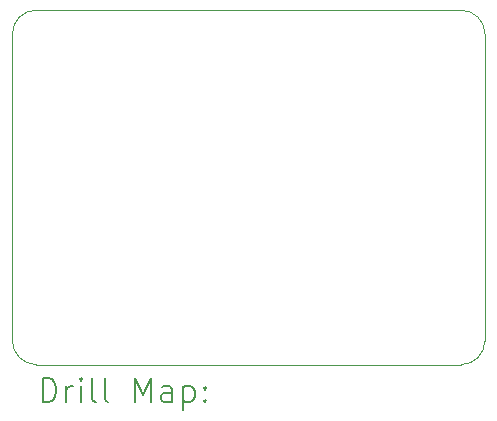
<source format=gbr>
%TF.GenerationSoftware,KiCad,Pcbnew,8.0.8*%
%TF.CreationDate,2025-03-02T22:10:34+01:00*%
%TF.ProjectId,RFM69HW Breakout,52464d36-3948-4572-9042-7265616b6f75,rev?*%
%TF.SameCoordinates,Original*%
%TF.FileFunction,Drillmap*%
%TF.FilePolarity,Positive*%
%FSLAX45Y45*%
G04 Gerber Fmt 4.5, Leading zero omitted, Abs format (unit mm)*
G04 Created by KiCad (PCBNEW 8.0.8) date 2025-03-02 22:10:34*
%MOMM*%
%LPD*%
G01*
G04 APERTURE LIST*
%ADD10C,0.100000*%
%ADD11C,0.200000*%
G04 APERTURE END LIST*
D10*
X14000000Y-11200000D02*
G75*
G02*
X13800000Y-11000000I0J200000D01*
G01*
X13800000Y-8400000D02*
G75*
G02*
X14000000Y-8200000I200000J0D01*
G01*
X13800000Y-11000000D02*
X13800000Y-9280000D01*
X17600000Y-8200000D02*
G75*
G02*
X17800000Y-8400000I0J-200000D01*
G01*
X13800000Y-8400000D02*
X13800000Y-8420000D01*
X14000000Y-8200000D02*
X17600000Y-8200000D01*
X17600000Y-11200000D02*
X14000000Y-11200000D01*
X17800000Y-8400000D02*
X17800000Y-11000000D01*
X17800000Y-11000000D02*
G75*
G02*
X17600000Y-11200000I-200000J0D01*
G01*
X13800000Y-8420000D02*
X13800000Y-9280000D01*
D11*
X14055777Y-11516484D02*
X14055777Y-11316484D01*
X14055777Y-11316484D02*
X14103396Y-11316484D01*
X14103396Y-11316484D02*
X14131967Y-11326008D01*
X14131967Y-11326008D02*
X14151015Y-11345055D01*
X14151015Y-11345055D02*
X14160539Y-11364103D01*
X14160539Y-11364103D02*
X14170062Y-11402198D01*
X14170062Y-11402198D02*
X14170062Y-11430769D01*
X14170062Y-11430769D02*
X14160539Y-11468865D01*
X14160539Y-11468865D02*
X14151015Y-11487912D01*
X14151015Y-11487912D02*
X14131967Y-11506960D01*
X14131967Y-11506960D02*
X14103396Y-11516484D01*
X14103396Y-11516484D02*
X14055777Y-11516484D01*
X14255777Y-11516484D02*
X14255777Y-11383150D01*
X14255777Y-11421246D02*
X14265301Y-11402198D01*
X14265301Y-11402198D02*
X14274824Y-11392674D01*
X14274824Y-11392674D02*
X14293872Y-11383150D01*
X14293872Y-11383150D02*
X14312920Y-11383150D01*
X14379586Y-11516484D02*
X14379586Y-11383150D01*
X14379586Y-11316484D02*
X14370062Y-11326008D01*
X14370062Y-11326008D02*
X14379586Y-11335531D01*
X14379586Y-11335531D02*
X14389110Y-11326008D01*
X14389110Y-11326008D02*
X14379586Y-11316484D01*
X14379586Y-11316484D02*
X14379586Y-11335531D01*
X14503396Y-11516484D02*
X14484348Y-11506960D01*
X14484348Y-11506960D02*
X14474824Y-11487912D01*
X14474824Y-11487912D02*
X14474824Y-11316484D01*
X14608158Y-11516484D02*
X14589110Y-11506960D01*
X14589110Y-11506960D02*
X14579586Y-11487912D01*
X14579586Y-11487912D02*
X14579586Y-11316484D01*
X14836729Y-11516484D02*
X14836729Y-11316484D01*
X14836729Y-11316484D02*
X14903396Y-11459341D01*
X14903396Y-11459341D02*
X14970062Y-11316484D01*
X14970062Y-11316484D02*
X14970062Y-11516484D01*
X15151015Y-11516484D02*
X15151015Y-11411722D01*
X15151015Y-11411722D02*
X15141491Y-11392674D01*
X15141491Y-11392674D02*
X15122443Y-11383150D01*
X15122443Y-11383150D02*
X15084348Y-11383150D01*
X15084348Y-11383150D02*
X15065301Y-11392674D01*
X15151015Y-11506960D02*
X15131967Y-11516484D01*
X15131967Y-11516484D02*
X15084348Y-11516484D01*
X15084348Y-11516484D02*
X15065301Y-11506960D01*
X15065301Y-11506960D02*
X15055777Y-11487912D01*
X15055777Y-11487912D02*
X15055777Y-11468865D01*
X15055777Y-11468865D02*
X15065301Y-11449817D01*
X15065301Y-11449817D02*
X15084348Y-11440293D01*
X15084348Y-11440293D02*
X15131967Y-11440293D01*
X15131967Y-11440293D02*
X15151015Y-11430769D01*
X15246253Y-11383150D02*
X15246253Y-11583150D01*
X15246253Y-11392674D02*
X15265301Y-11383150D01*
X15265301Y-11383150D02*
X15303396Y-11383150D01*
X15303396Y-11383150D02*
X15322443Y-11392674D01*
X15322443Y-11392674D02*
X15331967Y-11402198D01*
X15331967Y-11402198D02*
X15341491Y-11421246D01*
X15341491Y-11421246D02*
X15341491Y-11478388D01*
X15341491Y-11478388D02*
X15331967Y-11497436D01*
X15331967Y-11497436D02*
X15322443Y-11506960D01*
X15322443Y-11506960D02*
X15303396Y-11516484D01*
X15303396Y-11516484D02*
X15265301Y-11516484D01*
X15265301Y-11516484D02*
X15246253Y-11506960D01*
X15427205Y-11497436D02*
X15436729Y-11506960D01*
X15436729Y-11506960D02*
X15427205Y-11516484D01*
X15427205Y-11516484D02*
X15417682Y-11506960D01*
X15417682Y-11506960D02*
X15427205Y-11497436D01*
X15427205Y-11497436D02*
X15427205Y-11516484D01*
X15427205Y-11392674D02*
X15436729Y-11402198D01*
X15436729Y-11402198D02*
X15427205Y-11411722D01*
X15427205Y-11411722D02*
X15417682Y-11402198D01*
X15417682Y-11402198D02*
X15427205Y-11392674D01*
X15427205Y-11392674D02*
X15427205Y-11411722D01*
M02*

</source>
